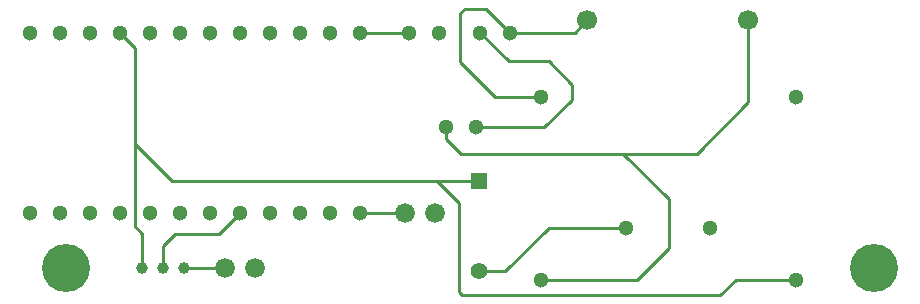
<source format=gtl>
G04 (created by PCBNEW (22-Jun-2014 BZR 4027)-stable) date Mon 16 May 2016 20:18:32 BST*
%MOIN*%
G04 Gerber Fmt 3.4, Leading zero omitted, Abs format*
%FSLAX34Y34*%
G01*
G70*
G90*
G04 APERTURE LIST*
%ADD10C,0.00590551*%
%ADD11C,0.066*%
%ADD12C,0.0669291*%
%ADD13C,0.0511811*%
%ADD14R,0.055X0.055*%
%ADD15C,0.055*%
%ADD16C,0.0393701*%
%ADD17C,0.16*%
%ADD18C,0.01*%
G04 APERTURE END LIST*
G54D10*
G54D11*
X78900Y-74250D03*
X79900Y-74250D03*
X72900Y-76100D03*
X73900Y-76100D03*
G54D12*
X84995Y-67840D03*
X90355Y-67840D03*
G54D13*
X86275Y-74750D03*
X89075Y-74750D03*
X77400Y-74250D03*
X76400Y-74250D03*
X77400Y-68250D03*
X75400Y-74250D03*
X74400Y-74250D03*
X73400Y-74250D03*
X72400Y-74250D03*
X71400Y-74250D03*
X70400Y-74250D03*
X69400Y-74250D03*
X68400Y-74250D03*
X67400Y-74250D03*
X66400Y-74250D03*
X76400Y-68250D03*
X75400Y-68250D03*
X74400Y-68250D03*
X73400Y-68250D03*
X72400Y-68250D03*
X71400Y-68250D03*
X70400Y-68250D03*
X69400Y-68250D03*
X68400Y-68250D03*
X67400Y-68250D03*
X66400Y-68250D03*
G54D14*
X81375Y-73200D03*
G54D15*
X81375Y-76200D03*
G54D13*
X79050Y-68250D03*
X80050Y-68250D03*
G54D16*
X70850Y-76100D03*
X71550Y-76100D03*
X70150Y-76100D03*
G54D13*
X91950Y-70375D03*
X91950Y-76475D03*
X83450Y-70375D03*
X83450Y-76475D03*
X82425Y-68250D03*
X81425Y-68250D03*
G54D17*
X67600Y-76075D03*
X94550Y-76075D03*
G54D13*
X81275Y-71400D03*
X80275Y-71400D03*
G54D18*
X91950Y-76475D02*
X89950Y-76475D01*
X80700Y-73925D02*
X79975Y-73200D01*
X80700Y-76875D02*
X80700Y-73925D01*
X80825Y-77000D02*
X80700Y-76875D01*
X89425Y-77000D02*
X80825Y-77000D01*
X89950Y-76475D02*
X89425Y-77000D01*
X81375Y-73200D02*
X79975Y-73200D01*
X79975Y-73200D02*
X71150Y-73200D01*
X71150Y-73200D02*
X69900Y-71950D01*
X69400Y-68250D02*
X69900Y-68750D01*
X69900Y-69450D02*
X69900Y-68750D01*
X69900Y-74700D02*
X69900Y-71950D01*
X69900Y-71950D02*
X69900Y-69450D01*
X70150Y-74950D02*
X69900Y-74700D01*
X70150Y-76100D02*
X70150Y-74950D01*
X77400Y-74250D02*
X78900Y-74250D01*
X86275Y-74750D02*
X83700Y-74750D01*
X82250Y-76200D02*
X81375Y-76200D01*
X83700Y-74750D02*
X82250Y-76200D01*
X70850Y-76100D02*
X70850Y-75350D01*
X70850Y-75350D02*
X71250Y-74950D01*
X71250Y-74950D02*
X72700Y-74950D01*
X72700Y-74950D02*
X73400Y-74250D01*
X83450Y-76475D02*
X86650Y-76475D01*
X87700Y-73800D02*
X86175Y-72275D01*
X87700Y-75425D02*
X87700Y-73800D01*
X86650Y-76475D02*
X87700Y-75425D01*
X80275Y-71400D02*
X80275Y-71775D01*
X90355Y-70570D02*
X90355Y-67840D01*
X88650Y-72275D02*
X90355Y-70570D01*
X80775Y-72275D02*
X86175Y-72275D01*
X86175Y-72275D02*
X88650Y-72275D01*
X80275Y-71775D02*
X80775Y-72275D01*
X81275Y-71400D02*
X83550Y-71400D01*
X82375Y-69200D02*
X81425Y-68250D01*
X83700Y-69200D02*
X82375Y-69200D01*
X84475Y-69975D02*
X83700Y-69200D01*
X84475Y-70475D02*
X84475Y-69975D01*
X83550Y-71400D02*
X84475Y-70475D01*
X77400Y-68250D02*
X79050Y-68250D01*
X82425Y-68250D02*
X84585Y-68250D01*
X84585Y-68250D02*
X84995Y-67840D01*
X83450Y-70375D02*
X81900Y-70375D01*
X81625Y-67450D02*
X82425Y-68250D01*
X80900Y-67450D02*
X81625Y-67450D01*
X80750Y-67600D02*
X80900Y-67450D01*
X80750Y-69225D02*
X80750Y-67600D01*
X81900Y-70375D02*
X80750Y-69225D01*
X71550Y-76100D02*
X72900Y-76100D01*
M02*

</source>
